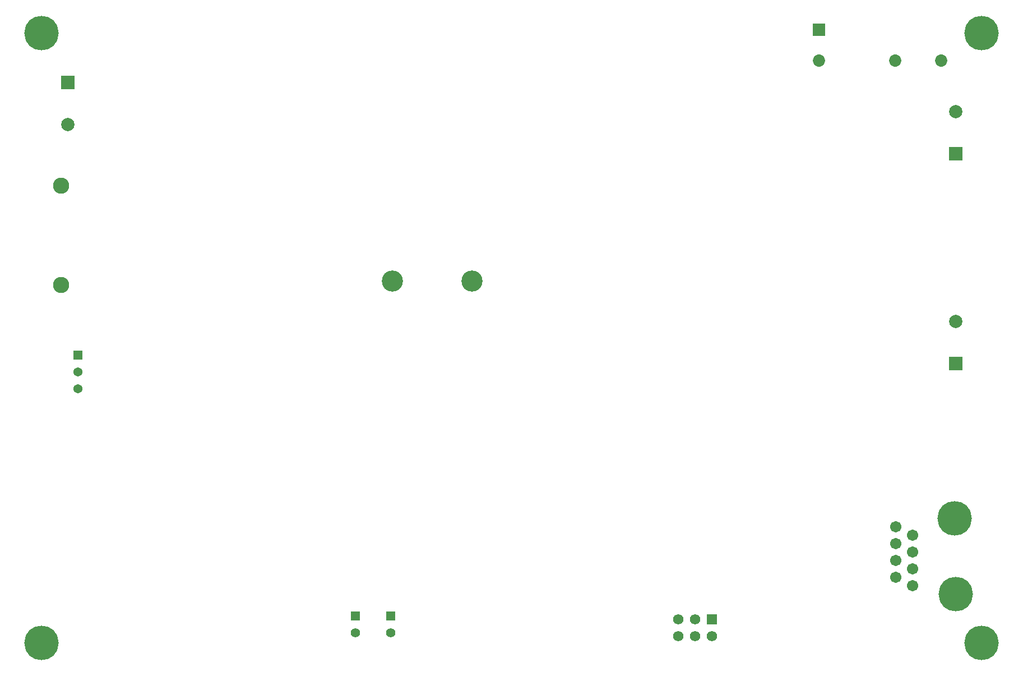
<source format=gbs>
%FSLAX23Y23*%
%MOIN*%
%SFA1B1*%

%IPPOS*%
%ADD81R,0.078870X0.078870*%
%ADD82C,0.078870*%
%ADD83R,0.055120X0.055120*%
%ADD84C,0.055120*%
%ADD85R,0.061810X0.061810*%
%ADD86C,0.061810*%
%ADD87C,0.072960*%
%ADD88R,0.072960X0.072960*%
%ADD89C,0.096580*%
%ADD90C,0.067060*%
%ADD91C,0.204850*%
%ADD92R,0.053980X0.053980*%
%ADD93C,0.053980*%
%ADD94C,0.126110*%
%LNpcb1-1*%
%LPD*%
G54D81*
X6670Y4075D03*
X1390Y4500D03*
X6670Y2830D03*
G54D82*
X6670Y4325D03*
X1390Y4250D03*
X6670Y3080D03*
G54D83*
X3100Y1328D03*
X3311Y1329D03*
G54D84*
X3100Y1230D03*
X3311Y1230D03*
G54D85*
X5220Y1310D03*
G54D86*
X5120Y1310D03*
X5020D03*
X5220Y1210D03*
X5120D03*
X5020D03*
G54D87*
X5857Y4627D03*
X6310D03*
X6586D03*
G54D88*
X5857Y4812D03*
G54D89*
X1350Y3885D03*
Y3294D03*
G54D90*
X6313Y1758D03*
X6413Y1608D03*
X6313Y1658D03*
X6413Y1708D03*
Y1808D03*
X6313Y1858D03*
X6413Y1508D03*
X6313Y1558D03*
G54D91*
X6665Y1910D03*
X6670Y1460D03*
X1235Y4792D03*
Y1170D03*
X6825Y4792D03*
Y1170D03*
G54D92*
X1450Y2880D03*
G54D93*
X1450Y2780D03*
Y2680D03*
G54D94*
X3320Y3320D03*
X3793D03*
M02*
</source>
